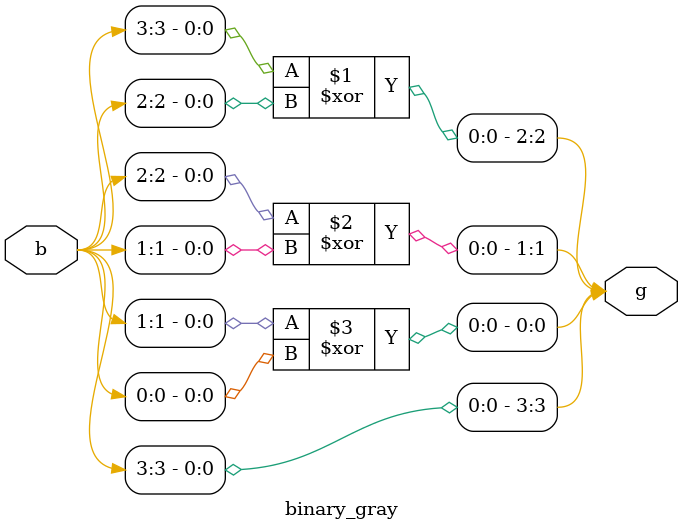
<source format=v>
`timescale 1ns / 1ps
module binary_gray(g,b);
input [3:0]b;
output [3:0]g;

assign g[3]=b[3];
assign g[2]=b[3]^b[2];
assign g[1]=b[2]^b[1];
assign g[0]=b[1]^b[0];

endmodule

</source>
